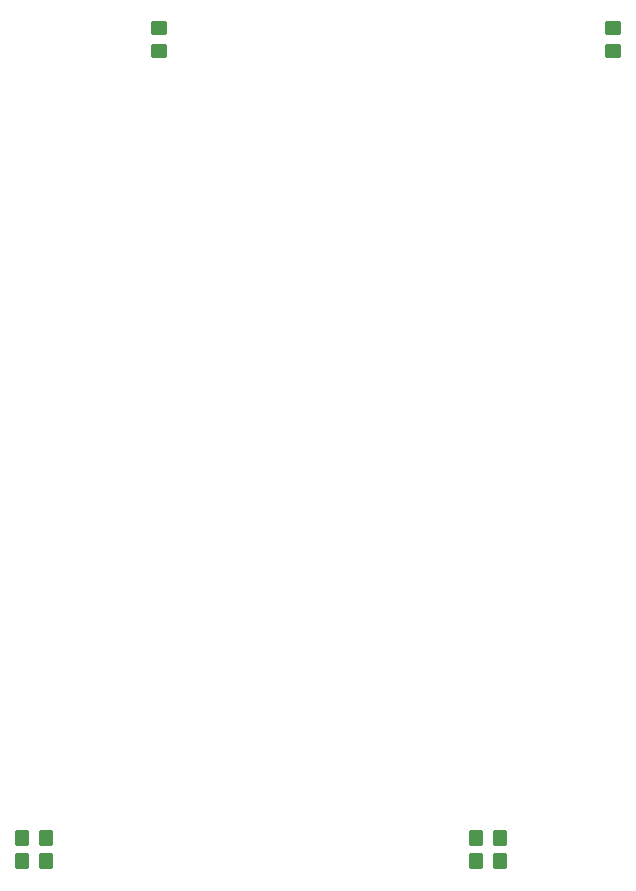
<source format=gbp>
G04 #@! TF.GenerationSoftware,KiCad,Pcbnew,7.0.1*
G04 #@! TF.CreationDate,2023-11-25T15:53:10+01:00*
G04 #@! TF.ProjectId,Spotify_controller_nutzen,53706f74-6966-4795-9f63-6f6e74726f6c,rev?*
G04 #@! TF.SameCoordinates,Original*
G04 #@! TF.FileFunction,Paste,Bot*
G04 #@! TF.FilePolarity,Positive*
%FSLAX46Y46*%
G04 Gerber Fmt 4.6, Leading zero omitted, Abs format (unit mm)*
G04 Created by KiCad (PCBNEW 7.0.1) date 2023-11-25 15:53:10*
%MOMM*%
%LPD*%
G01*
G04 APERTURE LIST*
G04 Aperture macros list*
%AMRoundRect*
0 Rectangle with rounded corners*
0 $1 Rounding radius*
0 $2 $3 $4 $5 $6 $7 $8 $9 X,Y pos of 4 corners*
0 Add a 4 corners polygon primitive as box body*
4,1,4,$2,$3,$4,$5,$6,$7,$8,$9,$2,$3,0*
0 Add four circle primitives for the rounded corners*
1,1,$1+$1,$2,$3*
1,1,$1+$1,$4,$5*
1,1,$1+$1,$6,$7*
1,1,$1+$1,$8,$9*
0 Add four rect primitives between the rounded corners*
20,1,$1+$1,$2,$3,$4,$5,0*
20,1,$1+$1,$4,$5,$6,$7,0*
20,1,$1+$1,$6,$7,$8,$9,0*
20,1,$1+$1,$8,$9,$2,$3,0*%
G04 Aperture macros list end*
%ADD10RoundRect,0.250000X0.450000X-0.350000X0.450000X0.350000X-0.450000X0.350000X-0.450000X-0.350000X0*%
%ADD11RoundRect,0.250000X-0.350000X-0.450000X0.350000X-0.450000X0.350000X0.450000X-0.350000X0.450000X0*%
G04 APERTURE END LIST*
D10*
X101930000Y-63992000D03*
X101930000Y-61992000D03*
D11*
X90363600Y-132588000D03*
X92363600Y-132588000D03*
X90363600Y-130606800D03*
X92363600Y-130606800D03*
X51933600Y-130606800D03*
X53933600Y-130606800D03*
X51933600Y-132588000D03*
X53933600Y-132588000D03*
D10*
X63500000Y-63992000D03*
X63500000Y-61992000D03*
M02*

</source>
